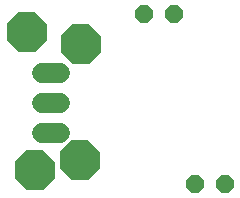
<source format=gbs>
G75*
G70*
%OFA0B0*%
%FSLAX24Y24*%
%IPPOS*%
%LPD*%
%AMOC8*
5,1,8,0,0,1.08239X$1,22.5*
%
%ADD10C,0.0680*%
%ADD11OC8,0.1320*%
%ADD12OC8,0.0600*%
D10*
X008300Y002800D02*
X008900Y002800D01*
X008900Y003800D02*
X008300Y003800D01*
X008300Y004800D02*
X008900Y004800D01*
D11*
X008050Y001550D03*
X009550Y001900D03*
X009600Y005750D03*
X007800Y006150D03*
D12*
X011700Y006750D03*
X012700Y006750D03*
X013400Y001100D03*
X014400Y001100D03*
M02*

</source>
